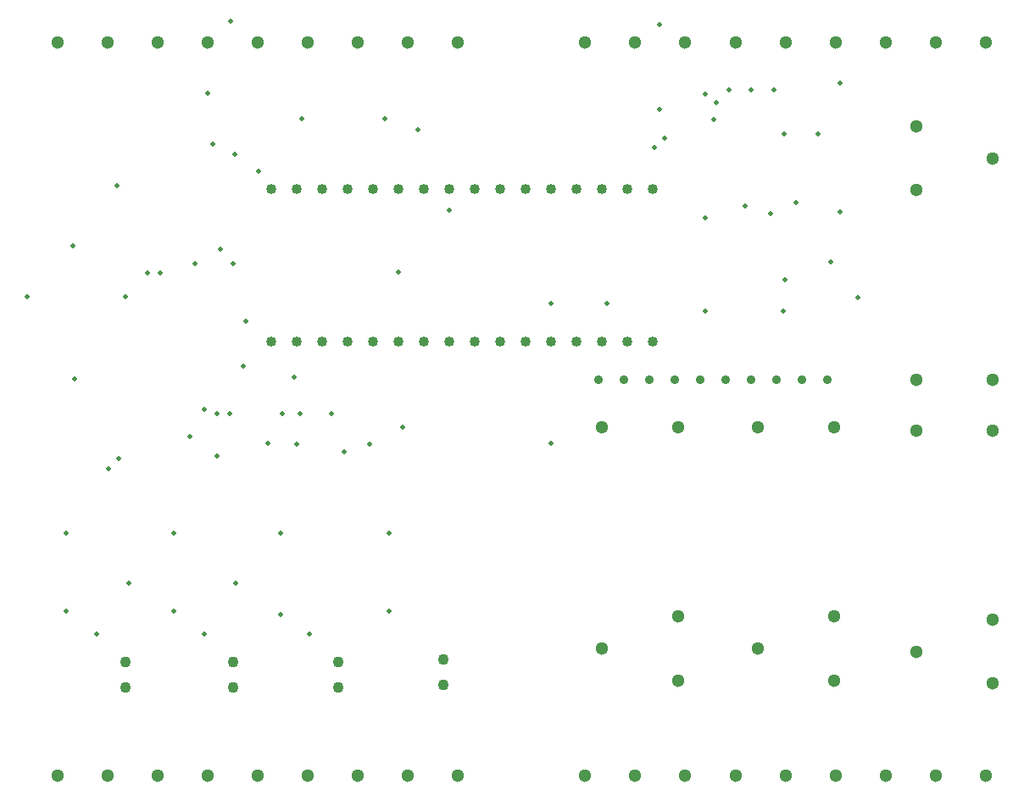
<source format=gbr>
%TF.GenerationSoftware,Novarm,DipTrace,3.1.0.1*%
%TF.CreationDate,2017-07-09T15:58:17+02:00*%
%FSLAX26Y26*%
%MOIN*%
%TF.FileFunction,Plated,1,2,PTH,Drill*%
%TF.Part,Single*%
%TA.AperFunction,ViaDrill*%
%ADD58C,0.019*%
%TA.AperFunction,ComponentDrill*%
%ADD59C,0.040157*%
%ADD60C,0.051181*%
%ADD61C,0.035433*%
%ADD62C,0.043307*%
G75*
G01*
D59*
X1431500Y2969000D3*
X1531500D3*
X1631500D3*
X1731500D3*
X1831500D3*
X1931500D3*
X2031500D3*
X2131500D3*
X2231500D3*
X2331500D3*
X2431500D3*
X2531500D3*
X2631500D3*
X2731500D3*
X2831500D3*
X2931500D3*
X1431500Y2369000D3*
X1531500D3*
X1631500D3*
X1731500D3*
X1831500D3*
X1931500D3*
X2031500D3*
X2131500D3*
X2231500D3*
X2331500D3*
X2431500D3*
X2531500D3*
X2631500D3*
X2731500D3*
X2831500D3*
X2931500D3*
D60*
X590850Y3543606D3*
X787701D3*
X984551D3*
X1181402D3*
X1378252D3*
X1575102D3*
X1771953D3*
X1968803D3*
X2165654D3*
X2665654D3*
X2862504D3*
X3059354D3*
X3256205D3*
X3453055D3*
X3649906D3*
X3846756D3*
X4043606D3*
X4240457D3*
X984551Y661717D3*
X787701D3*
X590850D3*
X1575102D3*
X1378252D3*
X1181402D3*
X2165654D3*
X1968803D3*
X1771953D3*
X3059354D3*
X2862504D3*
X2665654D3*
X3649906D3*
X3453055D3*
X3256205D3*
X4240457D3*
X4043606D3*
X3846756D3*
D61*
X2719000Y2219000D3*
X2819000D3*
X2919000D3*
X3019000D3*
X3119000D3*
X3219000D3*
X3319000D3*
X3419000D3*
X3519000D3*
X3619000D3*
D62*
X856500Y1006500D3*
Y1106500D3*
X1281500Y1006500D3*
Y1106500D3*
X1694000Y1006500D3*
Y1106500D3*
X2106500Y1019000D3*
Y1119000D3*
D60*
X3031500Y2031500D3*
X2731500D3*
X3031500Y1287406D3*
X2731500Y1161421D3*
X3031500Y1035437D3*
X3644000Y2031500D3*
X3344000D3*
X3644000Y1287406D3*
X3344000Y1161421D3*
X3644000Y1035437D3*
X4269000Y2019000D3*
X3969000D3*
X4269000Y1274906D3*
X3969000Y1148921D3*
X4269000Y1022937D3*
X3969000Y2219000D3*
X4269000D3*
X3969000Y2963094D3*
X4269000Y3089079D3*
X3969000Y3215063D3*
D58*
X1270614Y3627819D3*
X3319000Y3358118D3*
X3231185D3*
X3136469Y3341823D3*
X3669000Y3383618D3*
X2531500Y1969000D3*
X832504Y1906146D3*
X2531500Y2519000D3*
X1331815Y2446504D3*
X3494000Y2912913D3*
X3294000Y2900413D3*
X1112587Y1994000D3*
X1878567Y3244315D3*
X1931500Y2641622D3*
X2008803Y3200500D3*
X1320654Y2270654D3*
X1418685Y1969000D3*
X1291933Y1419000D3*
X1581500Y1217287D3*
X2959370Y3612819D3*
Y3281500D3*
X656500Y2221500D3*
X1281500Y2675413D3*
X823252Y2979650D3*
X1894000Y1306500D3*
Y1614807D3*
X3138476Y2488390D3*
Y2854933D3*
X872504Y1419000D3*
X1169000Y1217287D3*
X1469000Y1296067D3*
Y1614807D3*
X623370Y1306500D3*
Y1614807D3*
X3446500Y3183035D3*
X3581500D3*
X744000Y1217287D3*
X792504Y1866146D3*
X1219000Y1917346D3*
X1169000Y2100413D3*
X3171969Y3239535D3*
X2978370Y3167000D3*
X994000Y2638276D3*
X856500Y2544000D3*
X3444000Y2488390D3*
X3394000Y2871874D3*
X3666685Y2877587D3*
X3736894Y2540953D3*
X1048370Y1306500D3*
Y1614807D3*
X1129500Y2673776D3*
X944000Y2638276D3*
X2131500Y2883154D3*
X1287535Y3104000D3*
X1550776Y3244000D3*
X1181402Y3344673D3*
X1269000Y2083154D3*
X1474185D3*
X1546000D3*
X1669000D3*
X1948654Y2031500D3*
X469866Y2544000D3*
X1219000Y2084374D3*
X1718996Y1932917D3*
X1818685Y1964571D3*
X3631185Y2682173D3*
X2938370Y3131500D3*
X1231185Y2731504D3*
X3181815Y3306465D3*
X1521500Y2226358D3*
X2750087Y2519000D3*
X1531185Y1964571D3*
X3406500Y3358118D3*
X3451398Y2612622D3*
X1201421Y3144000D3*
X649591Y2744000D3*
X1381500Y3037913D3*
M02*

</source>
